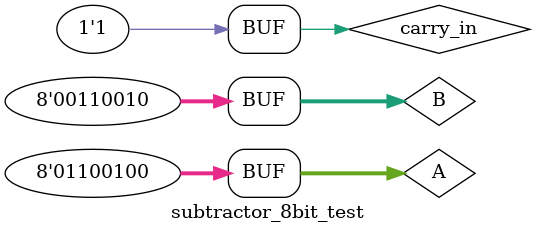
<source format=v>
`timescale 1ns / 1ps


module subtractor_8bit_test;

	// Inputs
	reg [7:0] A;
	reg [7:0] B;
	reg carry_in;

	// Outputs
	wire carry_out;
	wire [7:0] result;

	// Instantiate the Unit Under Test (UUT)
	subtractor_8bit uut (
		.carry_out(carry_out), 
		.result(result), 
		.A(A), 
		.B(B), 
		.carry_in(carry_in)
	);

	initial begin
		// Initialize Inputs
		A = 0;
		B = 0;
		carry_in = 0;

		// Wait 100 ns for global reset to finish
		#100;
        
		// TODO 3: Adugai cazuri relevante pentru testare.
		#100;
		A = 100;
		#100;
		B = 50;
		#100;
		carry_in = 1;
	end
      
endmodule


</source>
